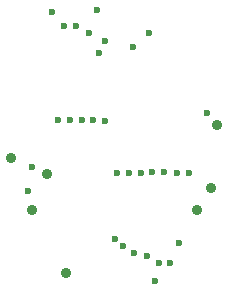
<source format=gbr>
G04 #@! TF.GenerationSoftware,KiCad,Pcbnew,5.1.4+dfsg1-1*
G04 #@! TF.CreationDate,2020-09-03T16:06:36+02:00*
G04 #@! TF.ProjectId,FPC_INVERTER,4650435f-494e-4564-9552-5445522e6b69,rev?*
G04 #@! TF.SameCoordinates,PX5095e20PY1312d00*
G04 #@! TF.FileFunction,Soldermask,Bot*
G04 #@! TF.FilePolarity,Negative*
%FSLAX46Y46*%
G04 Gerber Fmt 4.6, Leading zero omitted, Abs format (unit mm)*
G04 Created by KiCad (PCBNEW 5.1.4+dfsg1-1) date 2020-09-03 16:06:36*
%MOMM*%
%LPD*%
G04 APERTURE LIST*
%ADD10C,0.600000*%
%ADD11C,0.889000*%
G04 APERTURE END LIST*
D10*
X4270000Y-1200000D03*
X2190000Y-16310000D03*
X11120000Y-4130000D03*
X12490000Y-2970000D03*
X17330000Y-9700000D03*
X12958032Y-23902000D03*
X15810000Y-14820000D03*
X15030000Y-20720000D03*
X9623000Y-20387963D03*
X14840000Y-14800000D03*
X8055964Y-998000D03*
X2540000Y-14280000D03*
X9740000Y-14810000D03*
X8750000Y-3620000D03*
X8750000Y-10370000D03*
X10280000Y-21000000D03*
X10750000Y-14800000D03*
X8250000Y-4650000D03*
X7760000Y-10340000D03*
X11200000Y-21570000D03*
X11750000Y-14790000D03*
X7340000Y-2940000D03*
X6750000Y-10340000D03*
X12250000Y-21860000D03*
X12750000Y-14750000D03*
X6270000Y-2380000D03*
X5750000Y-10325000D03*
X13275000Y-22400000D03*
X4750000Y-10300000D03*
X14250000Y-22425000D03*
D11*
X17690000Y-16030000D03*
X5470000Y-23250000D03*
X2570000Y-17940000D03*
X3860000Y-14870000D03*
X16490000Y-17950000D03*
X18250000Y-10750000D03*
X750000Y-13500000D03*
D10*
X13750000Y-14700000D03*
X5300000Y-2325000D03*
M02*

</source>
